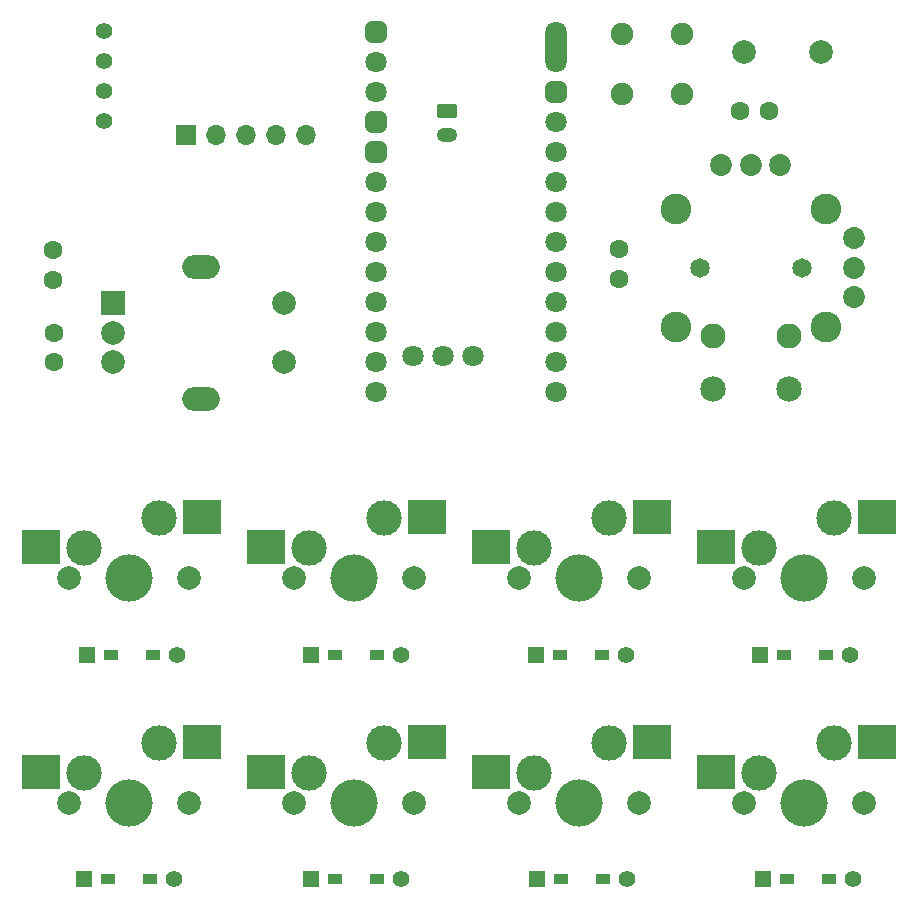
<source format=gbr>
G04 #@! TF.GenerationSoftware,KiCad,Pcbnew,9.0.3*
G04 #@! TF.CreationDate,2025-07-19T22:29:45+09:00*
G04 #@! TF.ProjectId,kleinpad,6b6c6569-6e70-4616-942e-6b696361645f,1.0*
G04 #@! TF.SameCoordinates,Original*
G04 #@! TF.FileFunction,Soldermask,Bot*
G04 #@! TF.FilePolarity,Negative*
%FSLAX46Y46*%
G04 Gerber Fmt 4.6, Leading zero omitted, Abs format (unit mm)*
G04 Created by KiCad (PCBNEW 9.0.3) date 2025-07-19 22:29:45*
%MOMM*%
%LPD*%
G01*
G04 APERTURE LIST*
G04 Aperture macros list*
%AMRoundRect*
0 Rectangle with rounded corners*
0 $1 Rounding radius*
0 $2 $3 $4 $5 $6 $7 $8 $9 X,Y pos of 4 corners*
0 Add a 4 corners polygon primitive as box body*
4,1,4,$2,$3,$4,$5,$6,$7,$8,$9,$2,$3,0*
0 Add four circle primitives for the rounded corners*
1,1,$1+$1,$2,$3*
1,1,$1+$1,$4,$5*
1,1,$1+$1,$6,$7*
1,1,$1+$1,$8,$9*
0 Add four rect primitives between the rounded corners*
20,1,$1+$1,$2,$3,$4,$5,0*
20,1,$1+$1,$4,$5,$6,$7,0*
20,1,$1+$1,$6,$7,$8,$9,0*
20,1,$1+$1,$8,$9,$2,$3,0*%
G04 Aperture macros list end*
%ADD10C,1.800000*%
%ADD11RoundRect,0.450000X-0.450000X-0.450000X0.450000X-0.450000X0.450000X0.450000X-0.450000X0.450000X0*%
%ADD12O,1.800000X4.340000*%
%ADD13C,1.600000*%
%ADD14R,1.397000X1.397000*%
%ADD15R,1.300000X0.950000*%
%ADD16C,1.397000*%
%ADD17C,2.000000*%
%ADD18C,3.000000*%
%ADD19C,4.000000*%
%ADD20R,3.300000X3.000000*%
%ADD21C,1.905000*%
%ADD22C,1.650000*%
%ADD23C,2.104000*%
%ADD24C,2.154000*%
%ADD25C,2.604000*%
%ADD26C,1.854000*%
%ADD27O,3.200000X2.000000*%
%ADD28R,2.000000X2.000000*%
%ADD29R,1.700000X1.700000*%
%ADD30O,1.700000X1.700000*%
%ADD31RoundRect,0.250000X-0.625000X0.350000X-0.625000X-0.350000X0.625000X-0.350000X0.625000X0.350000X0*%
%ADD32O,1.750000X1.200000*%
G04 APERTURE END LIST*
D10*
X133105625Y-66305500D03*
X133105625Y-68845500D03*
D11*
X133105625Y-71385500D03*
X133105625Y-73925500D03*
D10*
X133105625Y-76465500D03*
X133105625Y-79005500D03*
X133105625Y-81545500D03*
X133105625Y-84085500D03*
X133105625Y-86625500D03*
X133105625Y-89165500D03*
X133105625Y-91705500D03*
X133105625Y-94245500D03*
D12*
X148345625Y-65035500D03*
D11*
X148345625Y-68845500D03*
D10*
X148345625Y-71385500D03*
X148345625Y-73925500D03*
X148345625Y-76465500D03*
X148345625Y-79005500D03*
X148345625Y-81545500D03*
X148345625Y-84085500D03*
X148345625Y-86625500D03*
X148345625Y-89165500D03*
X148345625Y-91705500D03*
X148345625Y-94245500D03*
X136179025Y-91151780D03*
X138719025Y-91151780D03*
X141259025Y-91151780D03*
D11*
X133105625Y-63765500D03*
D10*
X148345625Y-63765500D03*
D13*
X153625625Y-82125500D03*
X153625625Y-84625500D03*
X105775625Y-84725500D03*
X105775625Y-82225500D03*
D14*
X165612500Y-116475500D03*
D15*
X167647500Y-116475500D03*
X171197500Y-116475500D03*
D16*
X173232500Y-116475500D03*
D17*
X145221250Y-109946750D03*
D18*
X146491250Y-107406750D03*
D19*
X150301250Y-109946750D03*
D18*
X152841250Y-104866750D03*
D17*
X155381250Y-109946750D03*
D20*
X142851250Y-107366750D03*
X156451250Y-104826750D03*
D13*
X166375625Y-70475500D03*
X163875625Y-70475500D03*
D21*
X159025625Y-63935500D03*
X159025625Y-69015500D03*
X153945625Y-69015500D03*
X153945625Y-63935500D03*
D22*
X160525625Y-83705500D03*
X169125625Y-83705500D03*
D23*
X161575625Y-89455500D03*
D24*
X161575625Y-93955500D03*
D23*
X168075625Y-89455500D03*
D24*
X168075625Y-93955500D03*
D25*
X158500625Y-78705500D03*
X171150625Y-78705500D03*
X171150625Y-88705500D03*
X158500625Y-88705500D03*
D26*
X173555625Y-86205500D03*
X173555625Y-83705500D03*
X173555625Y-81205500D03*
X167325625Y-74975500D03*
X164825625Y-74975500D03*
X162325625Y-74975500D03*
D16*
X110025625Y-63665500D03*
X110025625Y-66205500D03*
X110025625Y-68745500D03*
X110025625Y-71285500D03*
D17*
X164271250Y-109946750D03*
D18*
X165541250Y-107406750D03*
D19*
X169351250Y-109946750D03*
D18*
X171891250Y-104866750D03*
D17*
X174431250Y-109946750D03*
D20*
X161901250Y-107366750D03*
X175501250Y-104826750D03*
D14*
X146715625Y-135475500D03*
D15*
X148750625Y-135475500D03*
X152300625Y-135475500D03*
D16*
X154335625Y-135475500D03*
D27*
X118275625Y-83625500D03*
X118275625Y-94825500D03*
D28*
X110775625Y-86725500D03*
D17*
X110775625Y-91725500D03*
X110775625Y-89225500D03*
X125275625Y-91725500D03*
X125275625Y-86725500D03*
D14*
X108612500Y-116475500D03*
D15*
X110647500Y-116475500D03*
X114197500Y-116475500D03*
D16*
X116232500Y-116475500D03*
D17*
X145221250Y-128996750D03*
D18*
X146491250Y-126456750D03*
D19*
X150301250Y-128996750D03*
D18*
X152841250Y-123916750D03*
D17*
X155381250Y-128996750D03*
D20*
X142851250Y-126416750D03*
X156451250Y-123876750D03*
D14*
X108387500Y-135475500D03*
D15*
X110422500Y-135475500D03*
X113972500Y-135475500D03*
D16*
X116007500Y-135475500D03*
D17*
X107121250Y-128996750D03*
D18*
X108391250Y-126456750D03*
D19*
X112201250Y-128996750D03*
D18*
X114741250Y-123916750D03*
D17*
X117281250Y-128996750D03*
D20*
X104751250Y-126416750D03*
X118351250Y-123876750D03*
D14*
X127612500Y-116475500D03*
D15*
X129647500Y-116475500D03*
X133197500Y-116475500D03*
D16*
X135232500Y-116475500D03*
D17*
X164275625Y-65475500D03*
X170775625Y-65475500D03*
X164271250Y-128996750D03*
D18*
X165541250Y-126456750D03*
D19*
X169351250Y-128996750D03*
D18*
X171891250Y-123916750D03*
D17*
X174431250Y-128996750D03*
D20*
X161901250Y-126416750D03*
X175501250Y-123876750D03*
D17*
X126171250Y-128996750D03*
D18*
X127441250Y-126456750D03*
D19*
X131251250Y-128996750D03*
D18*
X133791250Y-123916750D03*
D17*
X136331250Y-128996750D03*
D20*
X123801250Y-126416750D03*
X137401250Y-123876750D03*
D14*
X146612500Y-116475500D03*
D15*
X148647500Y-116475500D03*
X152197500Y-116475500D03*
D16*
X154232500Y-116475500D03*
D29*
X116985625Y-72475500D03*
D30*
X119525625Y-72475500D03*
X122065625Y-72475500D03*
X124605625Y-72475500D03*
X127145625Y-72475500D03*
D14*
X165815625Y-135475500D03*
D15*
X167850625Y-135475500D03*
X171400625Y-135475500D03*
D16*
X173435625Y-135475500D03*
D17*
X107121250Y-109946750D03*
D18*
X108391250Y-107406750D03*
D19*
X112201250Y-109946750D03*
D18*
X114741250Y-104866750D03*
D17*
X117281250Y-109946750D03*
D20*
X104751250Y-107366750D03*
X118351250Y-104826750D03*
D17*
X126171250Y-109946750D03*
D18*
X127441250Y-107406750D03*
D19*
X131251250Y-109946750D03*
D18*
X133791250Y-104866750D03*
D17*
X136331250Y-109946750D03*
D20*
X123801250Y-107366750D03*
X137401250Y-104826750D03*
D13*
X105825625Y-91725500D03*
X105825625Y-89225500D03*
D14*
X127612500Y-135475500D03*
D15*
X129647500Y-135475500D03*
X133197500Y-135475500D03*
D16*
X135232500Y-135475500D03*
D31*
X139075625Y-70475500D03*
D32*
X139075625Y-72475500D03*
M02*

</source>
